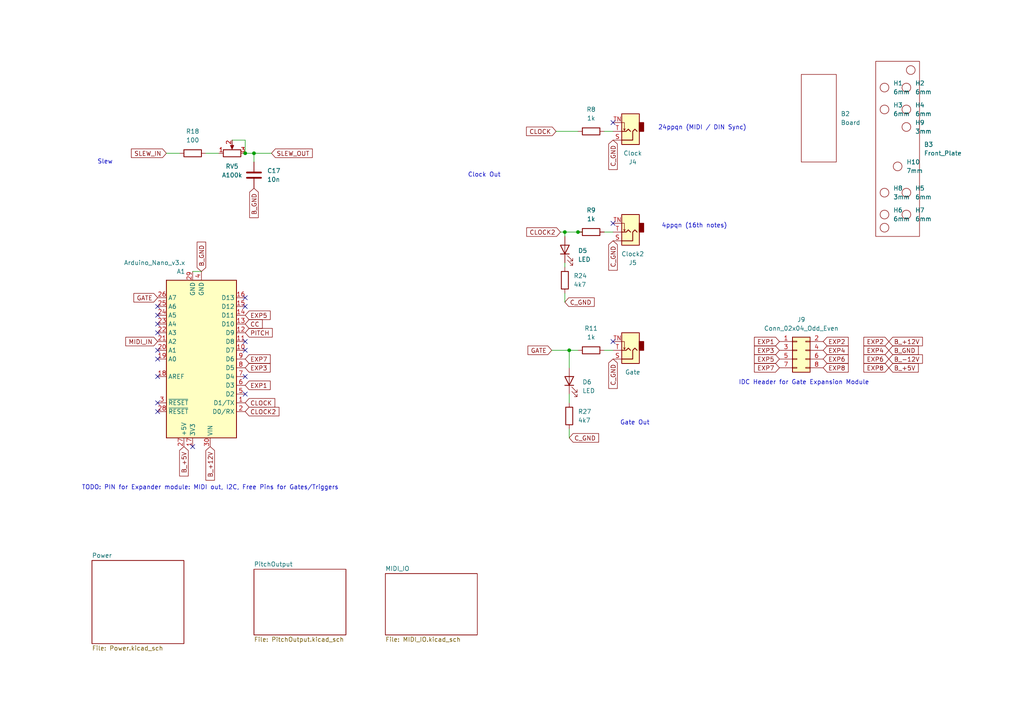
<source format=kicad_sch>
(kicad_sch (version 20250114) (generator "eeschema") (generator_version "9.0")
  (paper "A4")
  (lib_symbols
    (symbol "Connector_Audio:AudioJack2_SwitchT"
      (property "Reference" "J" (at 0 8.89 0))
      (property "Value" "AudioJack2_SwitchT" (at 0 6.35 0))
      (symbol "AudioJack2_SwitchT_0_1"
        (rectangle (start -2.54 0) (end -3.81 -2.54) (stroke (width 0.254)) (fill (type outline)))
        (polyline (pts (xy 0 0) (xy 0.635 -0.635) (xy 1.27 0) (xy 2.54 0)) (stroke (width 0.254)))
        (polyline (pts (xy 1.778 -0.254) (xy 2.032 -0.762)))
        (rectangle (start 2.54 3.81) (end -2.54 -5.08) (stroke (width 0.254)) (fill (type background)))
        (polyline (pts (xy 2.54 2.54) (xy -0.635 2.54) (xy -0.635 0) (xy -1.27 -0.635) (xy -1.905 0)) (stroke (width 0.254)))
        (polyline (pts (xy 2.54 -2.54) (xy 1.778 -2.54) (xy 1.778 -0.254) (xy 1.524 -0.762)))
      )
      (symbol "AudioJack2_SwitchT_1_1"
        (pin passive line (at 5.08 2.54 180) (length 2.54) (name "~") (number "S"))
        (pin passive line (at 5.08 0 180) (length 2.54) (name "~") (number "T"))
        (pin passive line (at 5.08 -2.54 180) (length 2.54) (name "~") (number "TN"))
      )
    )
    (symbol "Connector_Generic:Conn_02x04_Odd_Even" (pin_names (offset 1.016) (hide yes))
      (property "Reference" "J" (at 1.27 5.08 0))
      (property "Value" "Conn_02x04_Odd_Even" (at 1.27 -7.62 0))
      (symbol "Conn_02x04_Odd_Even_1_1"
        (rectangle (start -1.27 3.81) (end 3.81 -6.35) (stroke (width 0.254)) (fill (type background)))
        (rectangle (start -1.27 2.667) (end 0 2.413) (stroke (width 0.1524)))
        (rectangle (start -1.27 0.127) (end 0 -0.127) (stroke (width 0.1524)))
        (rectangle (start -1.27 -2.413) (end 0 -2.667) (stroke (width 0.1524)))
        (rectangle (start -1.27 -4.953) (end 0 -5.207) (stroke (width 0.1524)))
        (rectangle (start 3.81 2.667) (end 2.54 2.413) (stroke (width 0.1524)))
        (rectangle (start 3.81 0.127) (end 2.54 -0.127) (stroke (width 0.1524)))
        (rectangle (start 3.81 -2.413) (end 2.54 -2.667) (stroke (width 0.1524)))
        (rectangle (start 3.81 -4.953) (end 2.54 -5.207) (stroke (width 0.1524)))
        (pin passive line (at -5.08 2.54 0) (length 3.81) (name "Pin_1") (number "1"))
        (pin passive line (at -5.08 0 0) (length 3.81) (name "Pin_3") (number "3"))
        (pin passive line (at -5.08 -2.54 0) (length 3.81) (name "Pin_5") (number "5"))
        (pin passive line (at -5.08 -5.08 0) (length 3.81) (name "Pin_7") (number "7"))
        (pin passive line (at 7.62 2.54 180) (length 3.81) (name "Pin_2") (number "2"))
        (pin passive line (at 7.62 0 180) (length 3.81) (name "Pin_4") (number "4"))
        (pin passive line (at 7.62 -2.54 180) (length 3.81) (name "Pin_6") (number "6"))
        (pin passive line (at 7.62 -5.08 180) (length 3.81) (name "Pin_8") (number "8"))
      )
    )
    (symbol "Custom:Board"
      (property "Reference" "B" (at 0 0 0))
      (property "Value" "Board" (at 0 -2.032 0))
      (symbol "Board_0_1"
        (rectangle (start -5.08 12.7) (end 5.08 -12.7))
      )
    )
    (symbol "Custom:Front_Plate"
      (property "Reference" "B" (at 0 0 0))
      (property "Value" "Front_Plate" (at 0 -1.524 0))
      (symbol "Front_Plate_0_1"
        (rectangle (start -6.35 25.4) (end 6.35 -25.4))
        (circle (center -3.81 -22.86) (radius 1.27))
        (circle (center 3.81 22.86) (radius 1.27))
      )
    )
    (symbol "Custom:Mounting_Hole"
      (property "Reference" "H" (at 0 2.286 0))
      (property "Value" "6mm" (at 0 -2.286 0))
      (symbol "Mounting_Hole_0_1"
        (circle (center 0 0) (radius 1.27))
      )
    )
    (symbol "Device:C" (pin_numbers (hide yes)) (pin_names (offset 0.254))
      (property "Reference" "C" (at 0.635 2.54 0))
      (property "Value" "C" (at 0.635 -2.54 0))
      (symbol "C_0_1"
        (polyline (pts (xy -2.032 0.762) (xy 2.032 0.762)) (stroke (width 0.508)))
        (polyline (pts (xy -2.032 -0.762) (xy 2.032 -0.762)) (stroke (width 0.508)))
      )
      (symbol "C_1_1"
        (pin passive line (at 0 3.81 270) (length 2.794) (name "~") (number "1"))
        (pin passive line (at 0 -3.81 90) (length 2.794) (name "~") (number "2"))
      )
    )
    (symbol "Device:LED" (pin_numbers (hide yes)) (pin_names (offset 1.016) (hide yes))
      (property "Reference" "D" (at 0 2.54 0))
      (property "Value" "LED" (at 0 -2.54 0))
      (symbol "LED_0_1"
        (polyline (pts (xy -3.048 -0.762) (xy -4.572 -2.286) (xy -3.81 -2.286) (xy -4.572 -2.286) (xy -4.572 -1.524)))
        (polyline (pts (xy -1.778 -0.762) (xy -3.302 -2.286) (xy -2.54 -2.286) (xy -3.302 -2.286) (xy -3.302 -1.524)))
        (polyline (pts (xy -1.27 0) (xy 1.27 0)))
        (polyline (pts (xy -1.27 -1.27) (xy -1.27 1.27)) (stroke (width 0.254)))
        (polyline (pts (xy 1.27 -1.27) (xy 1.27 1.27) (xy -1.27 0) (xy 1.27 -1.27)) (stroke (width 0.254)))
      )
      (symbol "LED_1_1"
        (pin passive line (at -3.81 0 0) (length 2.54) (name "K") (number "1"))
        (pin passive line (at 3.81 0 180) (length 2.54) (name "A") (number "2"))
      )
    )
    (symbol "Device:R" (pin_numbers (hide yes)) (pin_names (offset 0))
      (property "Reference" "R" (at 2.032 0 90))
      (property "Value" "R" (at 0 0 90))
      (symbol "R_0_1"
        (rectangle (start -1.016 -2.54) (end 1.016 2.54) (stroke (width 0.254)))
      )
      (symbol "R_1_1"
        (pin passive line (at 0 3.81 270) (length 1.27) (name "~") (number "1"))
        (pin passive line (at 0 -3.81 90) (length 1.27) (name "~") (number "2"))
      )
    )
    (symbol "Device:R_Potentiometer" (pin_names (offset 1.016) (hide yes))
      (property "Reference" "RV" (at -4.445 0 90))
      (property "Value" "R_Potentiometer" (at -2.54 0 90))
      (symbol "R_Potentiometer_0_1"
        (rectangle (start 1.016 2.54) (end -1.016 -2.54) (stroke (width 0.254)))
        (polyline (pts (xy 1.143 0) (xy 2.286 0.508) (xy 2.286 -0.508) (xy 1.143 0)) (fill (type outline)))
        (polyline (pts (xy 2.54 0) (xy 1.524 0)))
      )
      (symbol "R_Potentiometer_1_1"
        (pin passive line (at 0 3.81 270) (length 1.27) (name "1") (number "1"))
        (pin passive line (at 0 -3.81 90) (length 1.27) (name "3") (number "3"))
        (pin passive line (at 3.81 0 180) (length 1.27) (name "2") (number "2"))
      )
    )
    (symbol "MCU_Module:Arduino_Nano_v3.x"
      (property "Reference" "A" (at -10.16 23.495 0))
      (property "Value" "Arduino_Nano_v3.x" (at 5.08 -24.13 0))
      (symbol "Arduino_Nano_v3.x_0_1"
        (rectangle (start -10.16 22.86) (end 10.16 -22.86) (stroke (width 0.254)) (fill (type background)))
      )
      (symbol "Arduino_Nano_v3.x_1_1"
        (pin bidirectional line (at -12.7 15.24 0) (length 2.54) (name "D0/RX") (number "2"))
        (pin bidirectional line (at -12.7 12.7 0) (length 2.54) (name "D1/TX") (number "1"))
        (pin bidirectional line (at -12.7 10.16 0) (length 2.54) (name "D2") (number "5"))
        (pin bidirectional line (at -12.7 7.62 0) (length 2.54) (name "D3") (number "6"))
        (pin bidirectional line (at -12.7 5.08 0) (length 2.54) (name "D4") (number "7"))
        (pin bidirectional line (at -12.7 2.54 0) (length 2.54) (name "D5") (number "8"))
        (pin bidirectional line (at -12.7 0 0) (length 2.54) (name "D6") (number "9"))
        (pin bidirectional line (at -12.7 -2.54 0) (length 2.54) (name "D7") (number "10"))
        (pin bidirectional line (at -12.7 -5.08 0) (length 2.54) (name "D8") (number "11"))
        (pin bidirectional line (at -12.7 -7.62 0) (length 2.54) (name "D9") (number "12"))
        (pin bidirectional line (at -12.7 -10.16 0) (length 2.54) (name "D10") (number "13"))
        (pin bidirectional line (at -12.7 -12.7 0) (length 2.54) (name "D11") (number "14"))
        (pin bidirectional line (at -12.7 -15.24 0) (length 2.54) (name "D12") (number "15"))
        (pin bidirectional line (at -12.7 -17.78 0) (length 2.54) (name "D13") (number "16"))
        (pin power_in line (at -2.54 25.4 270) (length 2.54) (name "VIN") (number "30"))
        (pin power_in line (at 0 -25.4 90) (length 2.54) (name "GND") (number "4"))
        (pin power_out line (at 2.54 25.4 270) (length 2.54) (name "3V3") (number "17"))
        (pin power_in line (at 2.54 -25.4 90) (length 2.54) (name "GND") (number "29"))
        (pin power_out line (at 5.08 25.4 270) (length 2.54) (name "+5V") (number "27"))
        (pin input line (at 12.7 15.24 180) (length 2.54) (name "~{RESET}") (number "28"))
        (pin input line (at 12.7 12.7 180) (length 2.54) (name "~{RESET}") (number "3"))
        (pin input line (at 12.7 5.08 180) (length 2.54) (name "AREF") (number "18"))
        (pin bidirectional line (at 12.7 0 180) (length 2.54) (name "A0") (number "19"))
        (pin bidirectional line (at 12.7 -2.54 180) (length 2.54) (name "A1") (number "20"))
        (pin bidirectional line (at 12.7 -5.08 180) (length 2.54) (name "A2") (number "21"))
        (pin bidirectional line (at 12.7 -7.62 180) (length 2.54) (name "A3") (number "22"))
        (pin bidirectional line (at 12.7 -10.16 180) (length 2.54) (name "A4") (number "23"))
        (pin bidirectional line (at 12.7 -12.7 180) (length 2.54) (name "A5") (number "24"))
        (pin bidirectional line (at 12.7 -15.24 180) (length 2.54) (name "A6") (number "25"))
        (pin bidirectional line (at 12.7 -17.78 180) (length 2.54) (name "A7") (number "26"))
      )
    )
  )
  (text "Slew" (at 30.48 46.99 0) (effects (font (size 1.27 1.27))))
  (text "Clock Out" (at 140.462 50.8 0) (effects (font (size 1.27 1.27))))
  (text "24ppqn (MIDI / DIN Sync)" (at 203.708 37.084 0) (effects (font (size 1.27 1.27))))
  (text "4ppqn (16th notes)" (at 201.422 65.532 0) (effects (font (size 1.27 1.27))))
  (text "IDC Header for Gate Expansion Module" (at 233.172 110.998 0) (effects (font (size 1.27 1.27))))
  (text "TODO: PIN for Expander module: MIDI out, I2C, Free Pins for Gates/Triggers" (at 60.96 141.478 0) (effects (font (size 1.27 1.27))))
  (text "Gate Out" (at 184.15 122.682 0) (effects (font (size 1.27 1.27))))
  (junction (at 167.64 67.31))
  (junction (at 73.66 44.45))
  (junction (at 163.83 67.31))
  (junction (at 71.12 44.45))
  (junction (at 165.1 101.6))
  (no_connect (at 45.72 104.14))
  (no_connect (at 71.12 88.9))
  (no_connect (at 45.72 109.22))
  (no_connect (at 71.12 114.3))
  (no_connect (at 71.12 86.36))
  (no_connect (at 45.72 116.84))
  (no_connect (at 45.72 101.6))
  (no_connect (at 55.88 129.54))
  (no_connect (at 45.72 96.52))
  (no_connect (at 71.12 101.6))
  (no_connect (at 71.12 109.22))
  (no_connect (at 45.72 91.44))
  (no_connect (at 45.72 88.9))
  (no_connect (at 45.72 119.38))
  (no_connect (at 177.8 64.77))
  (no_connect (at 45.72 93.98))
  (no_connect (at 71.12 99.06))
  (no_connect (at 177.8 99.06))
  (no_connect (at 177.8 35.56))
  (wire (pts (xy 73.66 44.45) (xy 78.74 44.45)))
  (wire (pts (xy 165.1 127) (xy 165.1 124.46)))
  (wire (pts (xy 48.26 44.45) (xy 52.07 44.45)))
  (wire (pts (xy 67.31 40.64) (xy 71.12 40.64)))
  (wire (pts (xy 167.64 67.31) (xy 168.91 67.31)))
  (wire (pts (xy 163.83 87.63) (xy 163.83 85.09)))
  (wire (pts (xy 71.12 40.64) (xy 71.12 44.45)))
  (wire (pts (xy 163.83 67.31) (xy 167.64 67.31)))
  (wire (pts (xy 175.26 101.6) (xy 177.8 101.6)))
  (wire (pts (xy 160.02 101.6) (xy 165.1 101.6)))
  (wire (pts (xy 175.26 67.31) (xy 177.8 67.31)))
  (wire (pts (xy 165.1 114.3) (xy 165.1 116.84)))
  (wire (pts (xy 163.83 76.2) (xy 163.83 77.47)))
  (wire (pts (xy 55.88 78.74) (xy 58.42 78.74)))
  (wire (pts (xy 73.66 44.45) (xy 71.12 44.45)))
  (wire (pts (xy 165.1 101.6) (xy 167.64 101.6)))
  (wire (pts (xy 73.66 44.45) (xy 73.66 46.99)))
  (wire (pts (xy 162.56 67.31) (xy 163.83 67.31)))
  (wire (pts (xy 161.29 38.1) (xy 167.64 38.1)))
  (wire (pts (xy 175.26 38.1) (xy 177.8 38.1)))
  (wire (pts (xy 59.69 44.45) (xy 63.5 44.45)))
  (wire (pts (xy 163.83 68.58) (xy 163.83 67.31)))
  (wire (pts (xy 165.1 101.6) (xy 165.1 106.68)))
  (global_label "CC" (shape input) (at 71.12 93.98 0) (property "Intersheetrefs" "${INTERSHEET_REFS}" (effects (hide yes))))
  (global_label "PITCH" (shape input) (at 71.12 96.52 0) (property "Intersheetrefs" "${INTERSHEET_REFS}" (effects (hide yes))))
  (global_label "MIDI_IN" (shape input) (at 45.72 99.06 180) (property "Intersheetrefs" "${INTERSHEET_REFS}" (effects (hide yes))))
  (global_label "C_GND" (shape input) (at 163.83 87.63 0) (property "Intersheetrefs" "${INTERSHEET_REFS}" (effects (hide yes))))
  (global_label "EXP8" (shape input) (at 238.76 106.68 0) (property "Intersheetrefs" "${INTERSHEET_REFS}" (effects (hide yes))))
  (global_label "EXP1" (shape input) (at 71.12 111.76 0) (property "Intersheetrefs" "${INTERSHEET_REFS}" (effects (hide yes))))
  (global_label "GATE" (shape input) (at 160.02 101.6 180) (property "Intersheetrefs" "${INTERSHEET_REFS}" (effects (hide yes))))
  (global_label "EXP5" (shape input) (at 226.06 104.14 180) (property "Intersheetrefs" "${INTERSHEET_REFS}" (effects (hide yes))))
  (global_label "C_GND" (shape input) (at 177.8 40.64 270) (property "Intersheetrefs" "${INTERSHEET_REFS}" (effects (hide yes))))
  (global_label "EXP6" (shape input) (at 238.76 104.14 0) (property "Intersheetrefs" "${INTERSHEET_REFS}" (effects (hide yes))))
  (global_label "EXP7" (shape input) (at 226.06 106.68 180) (property "Intersheetrefs" "${INTERSHEET_REFS}" (effects (hide yes))))
  (global_label "B_GND" (shape input) (at 73.66 54.61 270) (property "Intersheetrefs" "${INTERSHEET_REFS}" (effects (hide yes))))
  (global_label "C_GND" (shape input) (at 177.8 104.14 270) (property "Intersheetrefs" "${INTERSHEET_REFS}" (effects (hide yes))))
  (global_label "EXP7" (shape input) (at 71.12 104.14 0) (property "Intersheetrefs" "${INTERSHEET_REFS}" (effects (hide yes))))
  (global_label "EXP4" (shape input) (at 257.81 101.6 180) (property "Intersheetrefs" "${INTERSHEET_REFS}" (effects (hide yes))))
  (global_label "EXP1" (shape input) (at 226.06 99.06 180) (property "Intersheetrefs" "${INTERSHEET_REFS}" (effects (hide yes))))
  (global_label "CLOCK2" (shape input) (at 71.12 119.38 0) (property "Intersheetrefs" "${INTERSHEET_REFS}" (effects (hide yes))))
  (global_label "C_GND" (shape input) (at 177.8 69.85 270) (property "Intersheetrefs" "${INTERSHEET_REFS}" (effects (hide yes))))
  (global_label "CLOCK2" (shape input) (at 162.56 67.31 180) (property "Intersheetrefs" "${INTERSHEET_REFS}" (effects (hide yes))))
  (global_label "SLEW_IN" (shape input) (at 48.26 44.45 180) (property "Intersheetrefs" "${INTERSHEET_REFS}" (effects (hide yes))))
  (global_label "B_GND" (shape input) (at 58.42 78.74 90) (property "Intersheetrefs" "${INTERSHEET_REFS}" (effects (hide yes))))
  (global_label "GATE" (shape input) (at 45.72 86.36 180) (property "Intersheetrefs" "${INTERSHEET_REFS}" (effects (hide yes))))
  (global_label "EXP8" (shape input) (at 257.81 106.68 180) (property "Intersheetrefs" "${INTERSHEET_REFS}" (effects (hide yes))))
  (global_label "EXP3" (shape input) (at 71.12 106.68 0) (property "Intersheetrefs" "${INTERSHEET_REFS}" (effects (hide yes))))
  (global_label "EXP6" (shape input) (at 257.81 104.14 180) (property "Intersheetrefs" "${INTERSHEET_REFS}" (effects (hide yes))))
  (global_label "B_+5V" (shape input) (at 53.34 129.54 270) (property "Intersheetrefs" "${INTERSHEET_REFS}" (effects (hide yes))))
  (global_label "EXP4" (shape input) (at 238.76 101.6 0) (property "Intersheetrefs" "${INTERSHEET_REFS}" (effects (hide yes))))
  (global_label "SLEW_OUT" (shape input) (at 78.74 44.45 0) (property "Intersheetrefs" "${INTERSHEET_REFS}" (effects (hide yes))))
  (global_label "C_GND" (shape input) (at 165.1 127 0) (property "Intersheetrefs" "${INTERSHEET_REFS}" (effects (hide yes))))
  (global_label "CLOCK" (shape input) (at 161.29 38.1 180) (property "Intersheetrefs" "${INTERSHEET_REFS}" (effects (hide yes))))
  (global_label "B_-12V" (shape input) (at 257.81 104.14 0) (property "Intersheetrefs" "${INTERSHEET_REFS}" (effects (hide yes))))
  (global_label "B_+12V" (shape input) (at 257.81 99.06 0) (property "Intersheetrefs" "${INTERSHEET_REFS}" (effects (hide yes))))
  (global_label "B_GND" (shape input) (at 257.81 101.6 0) (property "Intersheetrefs" "${INTERSHEET_REFS}" (effects (hide yes))))
  (global_label "EXP2" (shape input) (at 238.76 99.06 0) (property "Intersheetrefs" "${INTERSHEET_REFS}" (effects (hide yes))))
  (global_label "EXP5" (shape input) (at 71.12 91.44 0) (property "Intersheetrefs" "${INTERSHEET_REFS}" (effects (hide yes))))
  (global_label "EXP2" (shape input) (at 257.81 99.06 180) (property "Intersheetrefs" "${INTERSHEET_REFS}" (effects (hide yes))))
  (global_label "B_+12V" (shape input) (at 60.96 129.54 270) (property "Intersheetrefs" "${INTERSHEET_REFS}" (effects (hide yes))))
  (global_label "B_+5V" (shape input) (at 257.81 106.68 0) (property "Intersheetrefs" "${INTERSHEET_REFS}" (effects (hide yes))))
  (global_label "EXP3" (shape input) (at 226.06 101.6 180) (property "Intersheetrefs" "${INTERSHEET_REFS}" (effects (hide yes))))
  (global_label "CLOCK" (shape input) (at 71.12 116.84 0) (property "Intersheetrefs" "${INTERSHEET_REFS}" (effects (hide yes))))
  (symbol (lib_id "Device:R") (at 165.1 120.65 0) (unit 1)
    (property "Reference" "R27" (at 167.64 119.3799 0) (effects (justify left)))
    (property "Value" "4k7" (at 167.64 121.9199 0) (effects (justify left)))
    (property "Footprint" "Resistor_SMD:R_0603_1608Metric" (effects (hide yes)))
    (property "Description" "Resistor" (effects (hide yes)))
  )
  (symbol (lib_id "MCU_Module:Arduino_Nano_v3.x") (at 58.42 104.14 180) (unit 1)
    (property "Reference" "A1" (at 53.7367 78.74 0) (effects (justify left)))
    (property "Value" "Arduino_Nano_v3.x" (at 53.7367 76.2 0) (effects (justify left)))
    (property "Footprint" "Module:Arduino_Nano" (effects (hide yes)))
    (property "Datasheet" "http://www.mouser.com/pdfdocs/Gravitech_Arduino_Nano3_0.pdf" (effects (hide yes)))
    (property "Description" "Arduino Nano v3.x" (effects (hide yes)))
  )
  (symbol (lib_id "Custom:Mounting_Hole") (at 260.35 48.26 0) (unit 1)
    (property "Reference" "H10" (at 262.89 46.9899 0) (effects (justify left)))
    (property "Value" "7mm" (at 262.89 49.5299 0) (effects (justify left)))
    (property "Footprint" "Custom:DrillHole_D7.00" (effects (hide yes)))
  )
  (symbol (lib_id "Custom:Board") (at 237.49 34.29 0) (unit 1)
    (property "Reference" "B2" (at 243.84 33.0199 0) (effects (justify left)))
    (property "Value" "Board" (at 243.84 35.5599 0) (effects (justify left)))
    (property "Footprint" "Custom:Board_4hp_100mm" (effects (hide yes)))
  )
  (symbol (lib_id "Device:C") (at 73.66 50.8 0) (unit 1)
    (property "Reference" "C17" (at 77.47 49.5299 0) (effects (justify left)))
    (property "Value" "10n" (at 77.47 52.0699 0) (effects (justify left)))
    (property "Footprint" "Capacitor_SMD:C_0603_1608Metric" (effects (hide yes)))
    (property "Description" "Unpolarized capacitor" (effects (hide yes)))
  )
  (symbol (lib_id "Connector_Generic:Conn_02x04_Odd_Even") (at 231.14 101.6 0) (unit 1)
    (property "Reference" "J9" (at 232.41 92.71 0))
    (property "Value" "Conn_02x04_Odd_Even" (at 232.41 95.25 0))
    (property "Footprint" "Connector_PinSocket_1.27mm:PinSocket_2x04_P1.27mm_Vertical" (effects (hide yes)))
    (property "Description" "Generic connector, double row, 02x04, odd/even pin numbering scheme (row 1 odd numbers, row 2 even numbers), script generated (kicad-library-utils/schlib/autogen/connector/)" (effects (hide yes)))
  )
  (symbol (lib_id "Custom:Mounting_Hole") (at 256.54 55.88 0) (unit 1)
    (property "Reference" "H8" (at 259.08 54.6099 0) (effects (justify left)))
    (property "Value" "3mm" (at 259.08 57.1499 0) (effects (justify left)))
    (property "Footprint" "Custom:DrillHole_D3.00" (effects (hide yes)))
  )
  (symbol (lib_id "Custom:Front_Plate") (at 260.35 43.18 0) (unit 1)
    (property "Reference" "B3" (at 267.97 41.9099 0) (effects (justify left)))
    (property "Value" "Front_Plate" (at 267.97 44.4499 0) (effects (justify left)))
    (property "Footprint" "Custom:Front_Plate_4hp_cut" (effects (hide yes)))
  )
  (symbol (lib_id "Device:R") (at 171.45 101.6 270) (unit 1)
    (property "Reference" "R11" (at 171.45 95.25 90))
    (property "Value" "1k" (at 171.45 97.79 90))
    (property "Footprint" "Resistor_SMD:R_0603_1608Metric" (effects (hide yes)))
    (property "Description" "Resistor" (effects (hide yes)))
  )
  (symbol (lib_id "Device:R") (at 171.45 67.31 270) (unit 1)
    (property "Reference" "R9" (at 171.45 60.96 90))
    (property "Value" "1k" (at 171.45 63.5 90))
    (property "Footprint" "Resistor_SMD:R_0603_1608Metric" (effects (hide yes)))
    (property "Description" "Resistor" (effects (hide yes)))
  )
  (symbol (lib_id "Custom:Mounting_Hole") (at 262.89 36.83 0) (unit 1)
    (property "Reference" "H9" (at 265.43 35.5599 0) (effects (justify left)))
    (property "Value" "3mm" (at 265.43 38.0999 0) (effects (justify left)))
    (property "Footprint" "Custom:DrillHole_D3.00" (effects (hide yes)))
  )
  (symbol (lib_id "Device:R_Potentiometer") (at 67.31 44.45 90) (unit 1)
    (property "Reference" "RV5" (at 67.31 48.26 90))
    (property "Value" "A100k" (at 67.31 50.8 90))
    (property "Footprint" "EuroRackTools:Potentiometer_Alpha_RD901F-40-00D_Single_Vertical" (effects (hide yes)))
    (property "Description" "Potentiometer" (effects (hide yes)))
  )
  (symbol (lib_id "Custom:Mounting_Hole") (at 262.89 62.23 0) (unit 1)
    (property "Reference" "H7" (at 265.43 60.9599 0) (effects (justify left)))
    (property "Value" "6mm" (at 265.43 63.4999 0) (effects (justify left)))
    (property "Footprint" "Custom:DrillHole_D6.00" (effects (hide yes)))
  )
  (symbol (lib_id "Custom:Mounting_Hole") (at 262.89 55.88 0) (unit 1)
    (property "Reference" "H5" (at 265.43 54.6099 0) (effects (justify left)))
    (property "Value" "6mm" (at 265.43 57.1499 0) (effects (justify left)))
    (property "Footprint" "Custom:DrillHole_D6.00" (effects (hide yes)))
  )
  (symbol (lib_id "Custom:Mounting_Hole") (at 256.54 31.75 0) (unit 1)
    (property "Reference" "H3" (at 259.08 30.4799 0) (effects (justify left)))
    (property "Value" "6mm" (at 259.08 33.0199 0) (effects (justify left)))
    (property "Footprint" "Custom:DrillHole_D6.00" (effects (hide yes)))
  )
  (symbol (lib_id "Device:R") (at 171.45 38.1 270) (unit 1)
    (property "Reference" "R8" (at 171.45 31.75 90))
    (property "Value" "1k" (at 171.45 34.29 90))
    (property "Footprint" "Resistor_SMD:R_0603_1608Metric" (effects (hide yes)))
    (property "Description" "Resistor" (effects (hide yes)))
  )
  (symbol (lib_id "Custom:Mounting_Hole") (at 262.89 31.75 0) (unit 1)
    (property "Reference" "H4" (at 265.43 30.4799 0) (effects (justify left)))
    (property "Value" "6mm" (at 265.43 33.0199 0) (effects (justify left)))
    (property "Footprint" "Custom:DrillHole_D6.00" (effects (hide yes)))
  )
  (symbol (lib_id "Custom:Mounting_Hole") (at 262.89 25.4 0) (unit 1)
    (property "Reference" "H2" (at 265.43 24.1299 0) (effects (justify left)))
    (property "Value" "6mm" (at 265.43 26.6699 0) (effects (justify left)))
    (property "Footprint" "Custom:DrillHole_D6.00" (effects (hide yes)))
  )
  (symbol (lib_id "Device:LED") (at 163.83 72.39 90) (unit 1)
    (property "Reference" "D5" (at 167.64 72.7074 90) (effects (justify right)))
    (property "Value" "LED" (at 167.64 75.2474 90) (effects (justify right)))
    (property "Footprint" "LED_THT:LED_D3.0mm" (effects (hide yes)))
    (property "Description" "Light emitting diode" (effects (hide yes)))
    (property "Sim.Pins" "1=K 2=A" (effects (hide yes)))
  )
  (symbol (lib_id "Connector_Audio:AudioJack2_SwitchT") (at 182.88 67.31 180) (unit 1)
    (property "Reference" "J5" (at 183.515 76.2 0))
    (property "Value" "Clock2" (at 183.515 73.66 0))
    (property "Footprint" "Custom:Jack_3.5mm_QingPu_WQP-PJ398SM_Vertical_CircularHoles_L" (effects (hide yes)))
    (property "Description" "Audio Jack, 2 Poles (Mono / TS), Switched T Pole (Normalling)" (effects (hide yes)))
  )
  (symbol (lib_id "Device:R") (at 55.88 44.45 270) (unit 1)
    (property "Reference" "R18" (at 55.88 38.1 90))
    (property "Value" "100" (at 55.88 40.64 90))
    (property "Footprint" "Resistor_SMD:R_0603_1608Metric" (effects (hide yes)))
    (property "Description" "Resistor" (effects (hide yes)))
  )
  (symbol (lib_id "Device:R") (at 163.83 81.28 0) (unit 1)
    (property "Reference" "R24" (at 166.37 80.0099 0) (effects (justify left)))
    (property "Value" "4k7" (at 166.37 82.5499 0) (effects (justify left)))
    (property "Footprint" "Resistor_SMD:R_0603_1608Metric" (effects (hide yes)))
    (property "Description" "Resistor" (effects (hide yes)))
  )
  (symbol (lib_id "Custom:Mounting_Hole") (at 256.54 25.4 0) (unit 1)
    (property "Reference" "H1" (at 259.08 24.1299 0) (effects (justify left)))
    (property "Value" "6mm" (at 259.08 26.6699 0) (effects (justify left)))
    (property "Footprint" "Custom:DrillHole_D6.00" (effects (hide yes)))
  )
  (symbol (lib_id "Connector_Audio:AudioJack2_SwitchT") (at 182.88 101.6 180) (unit 1)
    (property "Reference" "J6" (effects (hide yes)))
    (property "Value" "Gate" (at 183.515 107.95 0))
    (property "Footprint" "Custom:Jack_3.5mm_QingPu_WQP-PJ398SM_Vertical_CircularHoles_L" (effects (hide yes)))
    (property "Description" "Audio Jack, 2 Poles (Mono / TS), Switched T Pole (Normalling)" (effects (hide yes)))
  )
  (symbol (lib_id "Device:LED") (at 165.1 110.49 90) (unit 1)
    (property "Reference" "D6" (at 168.91 110.8074 90) (effects (justify right)))
    (property "Value" "LED" (at 168.91 113.3474 90) (effects (justify right)))
    (property "Footprint" "LED_THT:LED_D3.0mm" (effects (hide yes)))
    (property "Description" "Light emitting diode" (effects (hide yes)))
    (property "Sim.Pins" "1=K 2=A" (effects (hide yes)))
  )
  (symbol (lib_id "Connector_Audio:AudioJack2_SwitchT") (at 182.88 38.1 180) (unit 1)
    (property "Reference" "J4" (at 183.515 46.99 0))
    (property "Value" "Clock" (at 183.515 44.45 0))
    (property "Footprint" "Custom:Jack_3.5mm_QingPu_WQP-PJ398SM_Vertical_CircularHoles_L" (effects (hide yes)))
    (property "Description" "Audio Jack, 2 Poles (Mono / TS), Switched T Pole (Normalling)" (effects (hide yes)))
  )
  (symbol (lib_id "Custom:Mounting_Hole") (at 256.54 62.23 0) (unit 1)
    (property "Reference" "H6" (at 259.08 60.9599 0) (effects (justify left)))
    (property "Value" "6mm" (at 259.08 63.4999 0) (effects (justify left)))
    (property "Footprint" "Custom:DrillHole_D6.00" (effects (hide yes)))
  )
  (sheet (at 26.67 162.56) (size 26.67 24.13) (stroke (width 0.1524))
    (property "Sheetname" "Power" (at 26.67 161.8484 0) (effects (justify left bottom)))
    (property "Sheetfile" "Power.kicad_sch" (at 26.67 187.2746 0) (effects (justify left top)))
  )
  (sheet (at 73.66 165.1) (size 26.67 19.05) (stroke (width 0.1524))
    (property "Sheetname" "PitchOutput" (at 73.66 164.3884 0) (effects (justify left bottom)))
    (property "Sheetfile" "PitchOutput.kicad_sch" (at 73.66 184.7346 0) (effects (justify left top)))
  )
  (sheet (at 111.76 166.37) (size 26.67 17.78) (stroke (width 0.1524))
    (property "Sheetname" "MIDI_IO" (at 111.76 165.6584 0) (effects (justify left bottom)))
    (property "Sheetfile" "MIDI_IO.kicad_sch" (at 111.76 184.7346 0) (effects (justify left top)))
  )
)
</source>
